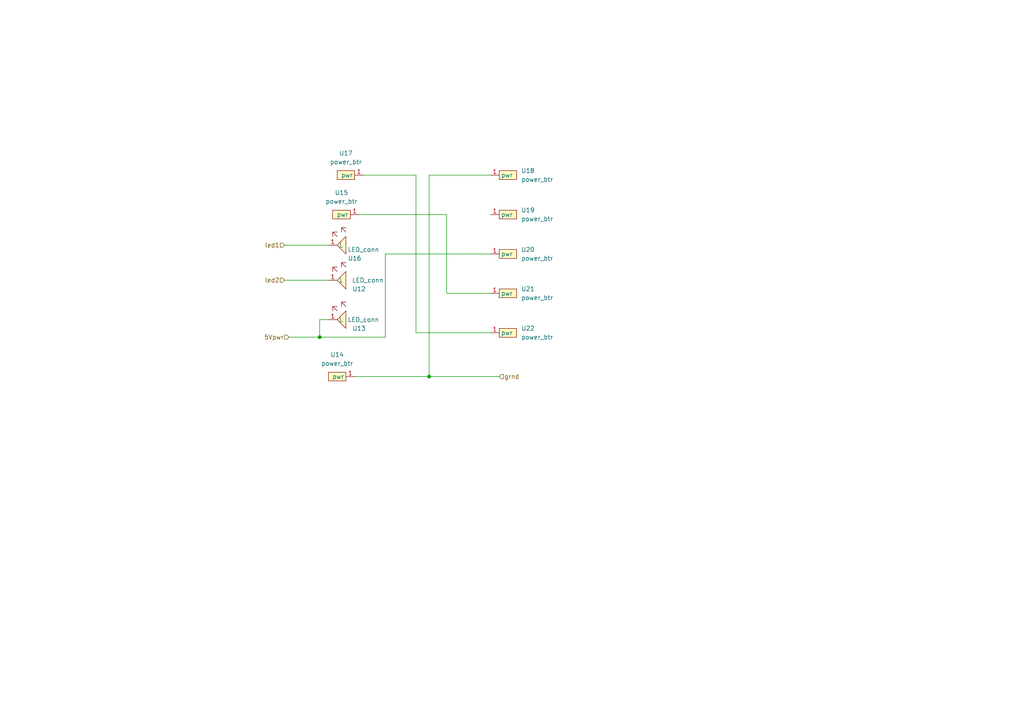
<source format=kicad_sch>
(kicad_sch (version 20211123) (generator eeschema)
  (paper "A4")
  (lib_symbols
    (symbol "conn_mother_side:LED_conn"
      (property "Reference" "U" (at -2.54 1.27 0))
      (property "Value" "LED_conn" (at -3.81 -2.54 0))
      (symbol "LED_conn_0_1"
        (polyline (pts (xy 2.54 0) (xy 5.08 2.54) (xy 5.08 -2.54) (xy 2.54 0)) (fill (type background)))
        (polyline (pts (xy 2.54 2.54) (xy 1.27 3.81) (xy 1.27 2.54) (xy 1.27 3.81) (xy 2.54 3.81)))
        (polyline (pts (xy 5.08 3.81) (xy 3.81 5.08) (xy 3.81 3.81) (xy 3.81 5.08) (xy 5.08 5.08)))
      )
      (symbol "LED_conn_1_1"
        (pin input line (at 0 0 0) (length 2.54) (name "L") (number "1"))
      )
    )
    (symbol "conn_mother_side:power_btr"
      (property "Reference" "U" (at 3.81 -5.08 0))
      (property "Value" "power_btr" (at -3.81 1.27 0))
      (symbol "power_btr_0_1"
        (rectangle (start 2.54 0) (end 7.62 -2.54) (fill (type background)))
      )
      (symbol "power_btr_1_1"
        (pin power_out line (at 0 -1.27 0) (length 2.54) (name "pwr") (number "1"))
      )
    )
  )
  (junction (at 92.71 97.79))
  (junction (at 124.46 109.22))
  (wire (pts (xy 120.65 50.8) (xy 120.65 96.52)))
  (wire (pts (xy 92.71 97.79) (xy 111.76 97.79)))
  (wire (pts (xy 124.46 109.22) (xy 144.78 109.22)))
  (wire (pts (xy 82.55 71.12) (xy 95.25 71.12)))
  (wire (pts (xy 120.65 96.52) (xy 142.24 96.52)))
  (wire (pts (xy 129.54 85.09) (xy 129.54 62.23)))
  (wire (pts (xy 124.46 50.8) (xy 142.24 50.8)))
  (wire (pts (xy 102.87 109.22) (xy 124.46 109.22)))
  (wire (pts (xy 104.14 62.23) (xy 129.54 62.23)))
  (wire (pts (xy 82.55 81.28) (xy 95.25 81.28)))
  (wire (pts (xy 111.76 73.66) (xy 111.76 97.79)))
  (wire (pts (xy 92.71 92.71) (xy 92.71 97.79)))
  (wire (pts (xy 95.25 92.71) (xy 92.71 92.71)))
  (wire (pts (xy 83.82 97.79) (xy 92.71 97.79)))
  (wire (pts (xy 124.46 109.22) (xy 124.46 50.8)))
  (wire (pts (xy 120.65 50.8) (xy 105.41 50.8)))
  (wire (pts (xy 111.76 73.66) (xy 142.24 73.66)))
  (wire (pts (xy 142.24 85.09) (xy 129.54 85.09)))
  (hierarchical_label "led2" (shape input) (at 82.55 81.28 180))
  (hierarchical_label "led1" (shape input) (at 82.55 71.12 180))
  (hierarchical_label "5Vpwr" (shape input) (at 83.82 97.79 180))
  (hierarchical_label "grnd" (shape input) (at 144.78 109.22 0))
  (symbol (lib_id "conn_mother_side:power_btr") (at 142.24 72.39 0) (unit 1)
    (property "Reference" "U20" (at 151.13 72.3899 0) (effects (justify left)))
    (property "Value" "power_btr" (at 151.13 74.9299 0) (effects (justify left)))
    (property "Footprint" "mother_conn_side:conn_side" (effects hide))
  )
  (symbol (lib_id "conn_mother_side:power_btr") (at 142.24 49.53 0) (unit 1)
    (property "Reference" "U18" (at 151.13 49.5299 0) (effects (justify left)))
    (property "Value" "power_btr" (at 151.13 52.0699 0) (effects (justify left)))
    (property "Footprint" "mother_conn_side:conn_side" (effects hide))
  )
  (symbol (lib_id "conn_mother_side:LED_conn") (at 95.25 92.71 0) (unit 1)
    (property "Reference" "U13" (at 104.14 95.25 0))
    (property "Value" "LED_conn" (at 105.41 92.71 0))
    (property "Footprint" "mother_conn_side:led_conn" (effects hide))
  )
  (symbol (lib_id "conn_mother_side:power_btr") (at 102.87 110.49 180) (unit 1)
    (property "Reference" "U14" (at 97.79 102.87 0))
    (property "Value" "power_btr" (at 97.79 105.41 0))
    (property "Footprint" "mother_conn_side:conn_side" (effects hide))
  )
  (symbol (lib_id "conn_mother_side:LED_conn") (at 95.25 81.28 0) (unit 1)
    (property "Reference" "U12" (at 104.14 83.82 0))
    (property "Value" "LED_conn" (at 106.68 81.28 0))
    (property "Footprint" "mother_conn_side:led_conn" (effects hide))
  )
  (symbol (lib_id "conn_mother_side:power_btr") (at 142.24 60.96 0) (unit 1)
    (property "Reference" "U19" (at 151.13 60.9599 0) (effects (justify left)))
    (property "Value" "power_btr" (at 151.13 63.4999 0) (effects (justify left)))
    (property "Footprint" "mother_conn_side:conn_side" (effects hide))
  )
  (symbol (lib_id "conn_mother_side:power_btr") (at 142.24 95.25 0) (unit 1)
    (property "Reference" "U22" (at 151.13 95.2499 0) (effects (justify left)))
    (property "Value" "power_btr" (at 151.13 97.7899 0) (effects (justify left)))
    (property "Footprint" "mother_conn_side:conn_side" (effects hide))
  )
  (symbol (lib_id "conn_mother_side:power_btr") (at 104.14 63.5 180) (unit 1)
    (property "Reference" "U15" (at 99.06 55.88 0))
    (property "Value" "power_btr" (at 99.06 58.42 0))
    (property "Footprint" "mother_conn_side:conn_side" (effects hide))
  )
  (symbol (lib_id "conn_mother_side:power_btr") (at 142.24 83.82 0) (unit 1)
    (property "Reference" "U21" (at 151.13 83.8199 0) (effects (justify left)))
    (property "Value" "power_btr" (at 151.13 86.3599 0) (effects (justify left)))
    (property "Footprint" "mother_conn_side:conn_side" (effects hide))
  )
  (symbol (lib_id "conn_mother_side:power_btr") (at 105.41 52.07 180) (unit 1)
    (property "Reference" "U17" (at 100.33 44.45 0))
    (property "Value" "power_btr" (at 100.33 46.99 0))
    (property "Footprint" "mother_conn_side:conn_side" (effects hide))
  )
  (symbol (lib_id "conn_mother_side:LED_conn") (at 95.25 71.12 0) (unit 1)
    (property "Reference" "U16" (at 102.87 74.93 0))
    (property "Value" "LED_conn" (at 105.41 72.39 0))
    (property "Footprint" "mother_conn_side:led_conn" (effects hide))
  )
)
</source>
